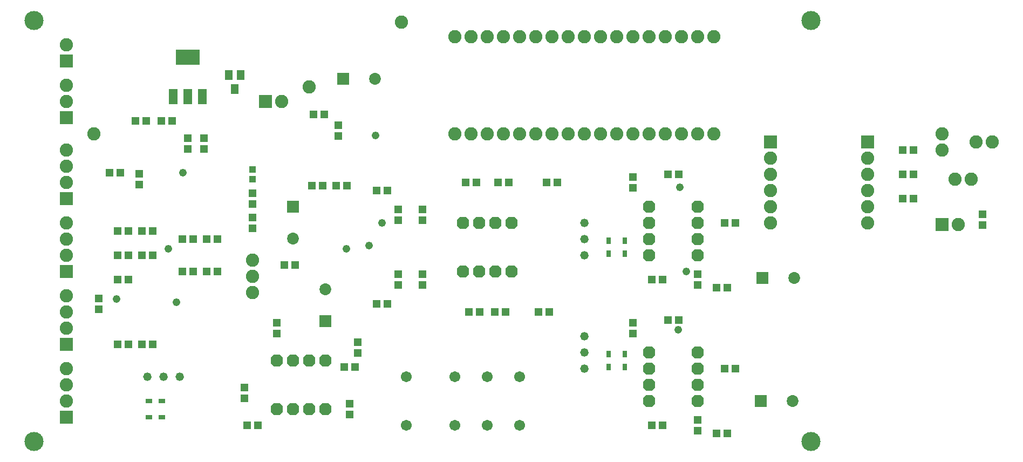
<source format=gts>
G75*
G70*
%OFA0B0*%
%FSLAX24Y24*%
%IPPOS*%
%LPD*%
%AMOC8*
5,1,8,0,0,1.08239X$1,22.5*
%
%ADD10C,0.1182*%
%ADD11R,0.0820X0.0820*%
%ADD12C,0.0820*%
%ADD13R,0.0560X0.0960*%
%ADD14R,0.1497X0.0946*%
%ADD15R,0.0474X0.0513*%
%ADD16R,0.0474X0.0631*%
%ADD17R,0.0513X0.0474*%
%ADD18R,0.0395X0.0395*%
%ADD19C,0.0730*%
%ADD20R,0.0730X0.0730*%
%ADD21OC8,0.0760*%
%ADD22C,0.0520*%
%ADD23R,0.0277X0.0395*%
%ADD24R,0.0395X0.0277*%
%ADD25C,0.0674*%
%ADD26C,0.0476*%
%ADD27C,0.0480*%
D10*
X001100Y001100D03*
X049100Y001100D03*
X049100Y027100D03*
X001100Y027100D03*
D11*
X003100Y024600D03*
X003100Y021100D03*
X003100Y016100D03*
X003100Y011600D03*
X003100Y007100D03*
X003100Y002600D03*
X015400Y022100D03*
X046600Y019600D03*
X052600Y019600D03*
X057200Y014500D03*
D12*
X058200Y014500D03*
X052600Y014600D03*
X052600Y015600D03*
X052600Y016600D03*
X052600Y017600D03*
X052600Y018600D03*
X057200Y019100D03*
X057200Y020100D03*
X059300Y019600D03*
X060300Y019600D03*
X059000Y017300D03*
X058000Y017300D03*
X046600Y017600D03*
X046600Y016600D03*
X046600Y015600D03*
X046600Y014600D03*
X046600Y018600D03*
X043100Y020100D03*
X042100Y020100D03*
X041100Y020100D03*
X040100Y020100D03*
X039100Y020100D03*
X038100Y020100D03*
X037100Y020100D03*
X036100Y020100D03*
X035100Y020100D03*
X034100Y020100D03*
X033100Y020100D03*
X032100Y020100D03*
X031100Y020100D03*
X030100Y020100D03*
X029100Y020100D03*
X028100Y020100D03*
X027100Y020100D03*
X018100Y023000D03*
X016400Y022100D03*
X027100Y026100D03*
X028100Y026100D03*
X029100Y026100D03*
X030100Y026100D03*
X031100Y026100D03*
X032100Y026100D03*
X033100Y026100D03*
X034100Y026100D03*
X035100Y026100D03*
X036100Y026100D03*
X037100Y026100D03*
X038100Y026100D03*
X039100Y026100D03*
X040100Y026100D03*
X041100Y026100D03*
X042100Y026100D03*
X043100Y026100D03*
X023800Y027000D03*
X004800Y020100D03*
X003100Y019100D03*
X003100Y018100D03*
X003100Y017100D03*
X003100Y014600D03*
X003100Y013600D03*
X003100Y012600D03*
X003100Y010100D03*
X003100Y009100D03*
X003100Y008100D03*
X003100Y005600D03*
X003100Y004600D03*
X003100Y003600D03*
X014600Y010300D03*
X014600Y011300D03*
X014600Y012300D03*
X003100Y022100D03*
X003100Y023100D03*
X003100Y025600D03*
D13*
X009690Y022380D03*
X010600Y022380D03*
X011510Y022380D03*
D14*
X010600Y024820D03*
D15*
X018365Y021300D03*
X019035Y021300D03*
X011600Y019835D03*
X010600Y019835D03*
X010600Y019165D03*
X011600Y019165D03*
X009635Y020900D03*
X008965Y020900D03*
X008035Y020900D03*
X007365Y020900D03*
X006435Y017700D03*
X005765Y017700D03*
X007765Y014100D03*
X008435Y014100D03*
X010265Y013600D03*
X010935Y013600D03*
X011765Y013600D03*
X012435Y013600D03*
X008435Y012600D03*
X007765Y012600D03*
X016100Y008435D03*
X016100Y007765D03*
X020265Y005700D03*
X020935Y005700D03*
X021100Y006565D03*
X021100Y007235D03*
X022265Y009600D03*
X022935Y009600D03*
X023600Y010765D03*
X023600Y011435D03*
X027965Y009100D03*
X028635Y009100D03*
X029565Y009100D03*
X030235Y009100D03*
X038100Y008435D03*
X038100Y007765D03*
X040265Y008600D03*
X040935Y008600D03*
X054765Y016100D03*
X055435Y016100D03*
X055435Y017600D03*
X054765Y017600D03*
X054765Y019100D03*
X055435Y019100D03*
X040935Y017600D03*
X040265Y017600D03*
X038100Y017435D03*
X038100Y016765D03*
X030435Y017100D03*
X029765Y017100D03*
X028435Y017100D03*
X027765Y017100D03*
X023600Y015435D03*
X023600Y014765D03*
X022935Y016600D03*
X022265Y016600D03*
X020435Y016900D03*
X019765Y016900D03*
X008435Y007100D03*
X007765Y007100D03*
X020600Y003435D03*
X020600Y002765D03*
D16*
X013500Y022867D03*
X013126Y023733D03*
X013874Y023733D03*
D17*
X019900Y020635D03*
X019900Y019965D03*
X018935Y016900D03*
X018265Y016900D03*
X014600Y016435D03*
X014600Y015765D03*
X014600Y014935D03*
X014600Y014265D03*
X016565Y012000D03*
X017235Y012000D03*
X012435Y011600D03*
X011765Y011600D03*
X010935Y011600D03*
X010265Y011600D03*
X006935Y011100D03*
X006265Y011100D03*
X005100Y009935D03*
X005100Y009265D03*
X006265Y007100D03*
X006935Y007100D03*
X014100Y004435D03*
X014100Y003765D03*
X014265Y002100D03*
X014935Y002100D03*
X032265Y009100D03*
X032935Y009100D03*
X039265Y011100D03*
X039935Y011100D03*
X042100Y010765D03*
X042100Y011435D03*
X043265Y010600D03*
X043935Y010600D03*
X043765Y014600D03*
X044435Y014600D03*
X033435Y017100D03*
X032765Y017100D03*
X025100Y015435D03*
X025100Y014765D03*
X025100Y011435D03*
X025100Y010765D03*
X007600Y016965D03*
X007600Y017635D03*
X006935Y014100D03*
X006265Y014100D03*
X006265Y012600D03*
X006935Y012600D03*
X039265Y002100D03*
X039935Y002100D03*
X042100Y001765D03*
X042100Y002435D03*
X043265Y001600D03*
X043935Y001600D03*
X043765Y005600D03*
X044435Y005600D03*
X059700Y014465D03*
X059700Y015135D03*
D18*
X014600Y017305D03*
X014600Y017895D03*
D19*
X017100Y013616D03*
X019100Y010484D03*
X022184Y023500D03*
X048084Y011200D03*
X047984Y003600D03*
D20*
X046016Y003600D03*
X046116Y011200D03*
X019100Y008516D03*
X017100Y015584D03*
X020216Y023500D03*
D21*
X039100Y015600D03*
X039100Y014600D03*
X039100Y013600D03*
X039100Y012600D03*
X042100Y012600D03*
X042100Y013600D03*
X042100Y014600D03*
X042100Y015600D03*
X030600Y014600D03*
X029600Y014600D03*
X028600Y014600D03*
X027600Y014600D03*
X027600Y011600D03*
X028600Y011600D03*
X029600Y011600D03*
X030600Y011600D03*
X039100Y006600D03*
X039100Y005600D03*
X039100Y004600D03*
X039100Y003600D03*
X042100Y003600D03*
X042100Y004600D03*
X042100Y005600D03*
X042100Y006600D03*
X019100Y006100D03*
X018100Y006100D03*
X017100Y006100D03*
X016100Y006100D03*
X016100Y003100D03*
X017100Y003100D03*
X018100Y003100D03*
X019100Y003100D03*
D22*
X010100Y005100D03*
X009100Y005100D03*
X008100Y005100D03*
X035100Y005600D03*
X035100Y006600D03*
X035100Y007600D03*
X035100Y012600D03*
X035100Y013600D03*
X035100Y014600D03*
D23*
X036600Y013494D03*
X037600Y013494D03*
X037600Y012706D03*
X036600Y012706D03*
X036600Y006494D03*
X037600Y006494D03*
X037600Y005706D03*
X036600Y005706D03*
D24*
X008994Y003600D03*
X008206Y003600D03*
X008206Y002600D03*
X008994Y002600D03*
D25*
X024100Y002100D03*
X027100Y002100D03*
X029100Y002100D03*
X031100Y002100D03*
X031100Y005100D03*
X029100Y005100D03*
X027100Y005100D03*
X024100Y005100D03*
D26*
X009900Y009700D03*
X006200Y009900D03*
X009400Y013000D03*
X010300Y017700D03*
X020400Y013000D03*
X021800Y013200D03*
X022200Y020000D03*
X041000Y016800D03*
X041400Y011600D03*
X040900Y008000D03*
D27*
X022600Y014600D03*
M02*

</source>
